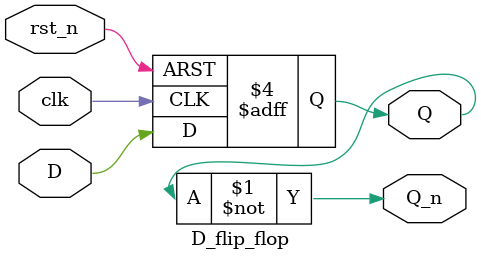
<source format=v>

module RS_flip_flop(
    input       clk  ,
    input       rst_n,
    input       set_n,

    output reg  Q    ,
    output wire Q_n
);

    assign Q_n = ~Q;

    always @(posedge clk or negedge rst_n or negedge set_n) begin
        case({rst_n, set_n})
            2'b00: Q <= Q   ;
            2'b01: Q <= 1'b0;
            2'b10: Q <= 1'b1;
            2'b11: Q <= 1'bx;
        endcase
    end

endmodule // RS_flip_flop

module JK_flip_flop(
    input       clk  ,
    input       rst_n,
    input       J    ,
    input       K    ,

    output reg  Q    ,
    output wire Q_n
);

    assign Q_n = ~Q;

    always @(posedge clk or negedge rst_n) begin
        if (!rst_n) Q <= 1'b0       ;
        else        Q <= J&~Q | ~K&Q;
    end

endmodule // JK_flip_flop

module D_flip_flop(
    input       clk  ,
    input       rst_n,
    input       D    ,

    output reg  Q    ,
    output wire Q_n
);

    assign Q_n = ~Q;

    always @(posedge clk or negedge rst_n) begin
        if (!rst_n) Q <= 1'b0;
        else        Q <= D   ;
    end

endmodule // D_flip_flop
</source>
